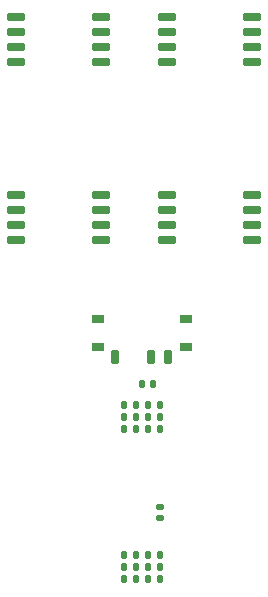
<source format=gbr>
G04 #@! TF.GenerationSoftware,KiCad,Pcbnew,6.0.9*
G04 #@! TF.CreationDate,2022-11-13T16:30:06+01:00*
G04 #@! TF.ProjectId,mikro-spiflash,6d696b72-6f2d-4737-9069-666c6173682e,rev?*
G04 #@! TF.SameCoordinates,Original*
G04 #@! TF.FileFunction,Paste,Bot*
G04 #@! TF.FilePolarity,Positive*
%FSLAX46Y46*%
G04 Gerber Fmt 4.6, Leading zero omitted, Abs format (unit mm)*
G04 Created by KiCad (PCBNEW 6.0.9) date 2022-11-13 16:30:06*
%MOMM*%
%LPD*%
G01*
G04 APERTURE LIST*
G04 Aperture macros list*
%AMRoundRect*
0 Rectangle with rounded corners*
0 $1 Rounding radius*
0 $2 $3 $4 $5 $6 $7 $8 $9 X,Y pos of 4 corners*
0 Add a 4 corners polygon primitive as box body*
4,1,4,$2,$3,$4,$5,$6,$7,$8,$9,$2,$3,0*
0 Add four circle primitives for the rounded corners*
1,1,$1+$1,$2,$3*
1,1,$1+$1,$4,$5*
1,1,$1+$1,$6,$7*
1,1,$1+$1,$8,$9*
0 Add four rect primitives between the rounded corners*
20,1,$1+$1,$2,$3,$4,$5,0*
20,1,$1+$1,$4,$5,$6,$7,0*
20,1,$1+$1,$6,$7,$8,$9,0*
20,1,$1+$1,$8,$9,$2,$3,0*%
G04 Aperture macros list end*
%ADD10RoundRect,0.135000X0.135000X0.185000X-0.135000X0.185000X-0.135000X-0.185000X0.135000X-0.185000X0*%
%ADD11RoundRect,0.150000X-0.650000X-0.150000X0.650000X-0.150000X0.650000X0.150000X-0.650000X0.150000X0*%
%ADD12RoundRect,0.105000X-0.445000X0.245000X-0.445000X-0.245000X0.445000X-0.245000X0.445000X0.245000X0*%
%ADD13RoundRect,0.090000X-0.210000X-0.535000X0.210000X-0.535000X0.210000X0.535000X-0.210000X0.535000X0*%
%ADD14RoundRect,0.135000X-0.135000X-0.185000X0.135000X-0.185000X0.135000X0.185000X-0.135000X0.185000X0*%
%ADD15RoundRect,0.140000X-0.170000X0.140000X-0.170000X-0.140000X0.170000X-0.140000X0.170000X0.140000X0*%
%ADD16RoundRect,0.140000X0.140000X0.170000X-0.140000X0.170000X-0.140000X-0.170000X0.140000X-0.170000X0*%
G04 APERTURE END LIST*
D10*
X100586000Y-49022000D03*
X99566000Y-49022000D03*
D11*
X90441500Y-18984000D03*
X90441500Y-17714000D03*
X90441500Y-16444000D03*
X90441500Y-15174000D03*
X97641500Y-15174000D03*
X97641500Y-16444000D03*
X97641500Y-17714000D03*
X97641500Y-18984000D03*
X103236500Y-34036000D03*
X103236500Y-32766000D03*
X103236500Y-31496000D03*
X103236500Y-30226000D03*
X110436500Y-30226000D03*
X110436500Y-31496000D03*
X110436500Y-32766000D03*
X110436500Y-34036000D03*
X110439000Y-18986500D03*
X110439000Y-17716500D03*
X110439000Y-16446500D03*
X110439000Y-15176500D03*
X103239000Y-15176500D03*
X103239000Y-16446500D03*
X103239000Y-17716500D03*
X103239000Y-18986500D03*
X97644000Y-34033500D03*
X97644000Y-32763500D03*
X97644000Y-31493500D03*
X97644000Y-30223500D03*
X90444000Y-30223500D03*
X90444000Y-31493500D03*
X90444000Y-32763500D03*
X90444000Y-34033500D03*
D12*
X97416000Y-40760000D03*
X104816000Y-43060000D03*
X97416000Y-43060000D03*
X104816000Y-40760000D03*
D13*
X103366000Y-43910000D03*
X101866000Y-43910000D03*
X98866000Y-43910000D03*
D10*
X100584000Y-62738000D03*
X99564000Y-62738000D03*
D14*
X101596000Y-60706000D03*
X102616000Y-60706000D03*
D10*
X99564000Y-60706000D03*
X100584000Y-60706000D03*
D14*
X101596000Y-61722000D03*
X102616000Y-61722000D03*
X102616000Y-62738000D03*
X101596000Y-62738000D03*
D10*
X100586000Y-50038000D03*
X99566000Y-50038000D03*
X100584000Y-61722000D03*
X99564000Y-61722000D03*
D14*
X102618000Y-48006000D03*
X101598000Y-48006000D03*
D10*
X99566000Y-48006000D03*
X100586000Y-48006000D03*
D14*
X101598000Y-49022000D03*
X102618000Y-49022000D03*
X102618000Y-50038000D03*
X101598000Y-50038000D03*
D15*
X102644000Y-57602000D03*
X102644000Y-56642000D03*
D16*
X101120000Y-46228000D03*
X102080000Y-46228000D03*
M02*

</source>
